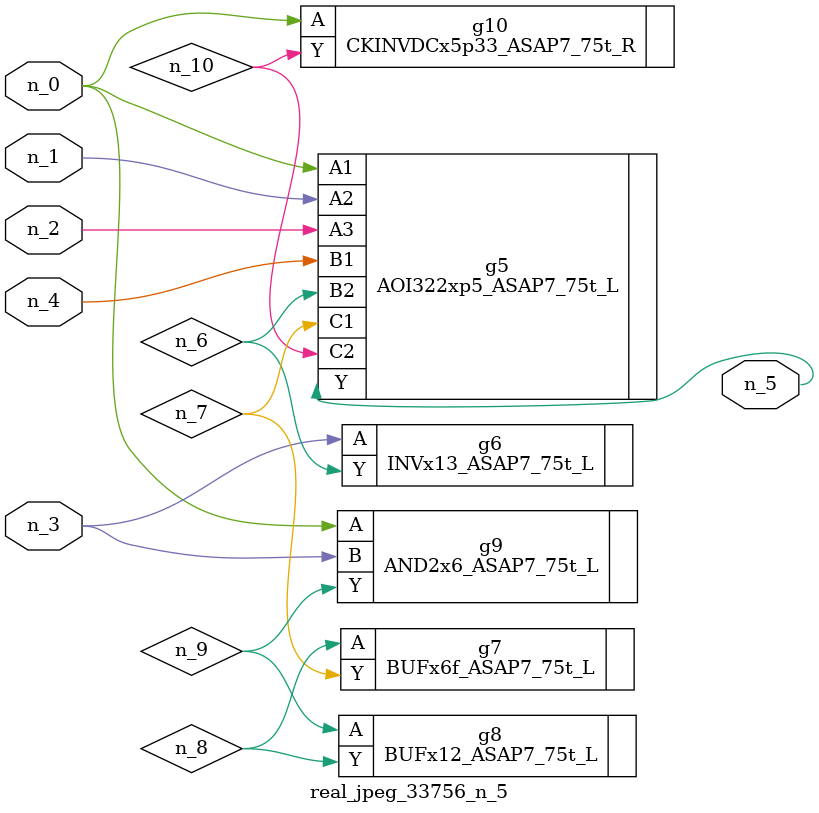
<source format=v>
module real_jpeg_33756_n_5 (n_4, n_0, n_1, n_2, n_3, n_5);

input n_4;
input n_0;
input n_1;
input n_2;
input n_3;

output n_5;

wire n_8;
wire n_6;
wire n_7;
wire n_10;
wire n_9;

AOI322xp5_ASAP7_75t_L g5 ( 
.A1(n_0),
.A2(n_1),
.A3(n_2),
.B1(n_4),
.B2(n_6),
.C1(n_7),
.C2(n_10),
.Y(n_5)
);

AND2x6_ASAP7_75t_L g9 ( 
.A(n_0),
.B(n_3),
.Y(n_9)
);

CKINVDCx5p33_ASAP7_75t_R g10 ( 
.A(n_0),
.Y(n_10)
);

INVx13_ASAP7_75t_L g6 ( 
.A(n_3),
.Y(n_6)
);

BUFx6f_ASAP7_75t_L g7 ( 
.A(n_8),
.Y(n_7)
);

BUFx12_ASAP7_75t_L g8 ( 
.A(n_9),
.Y(n_8)
);


endmodule
</source>
